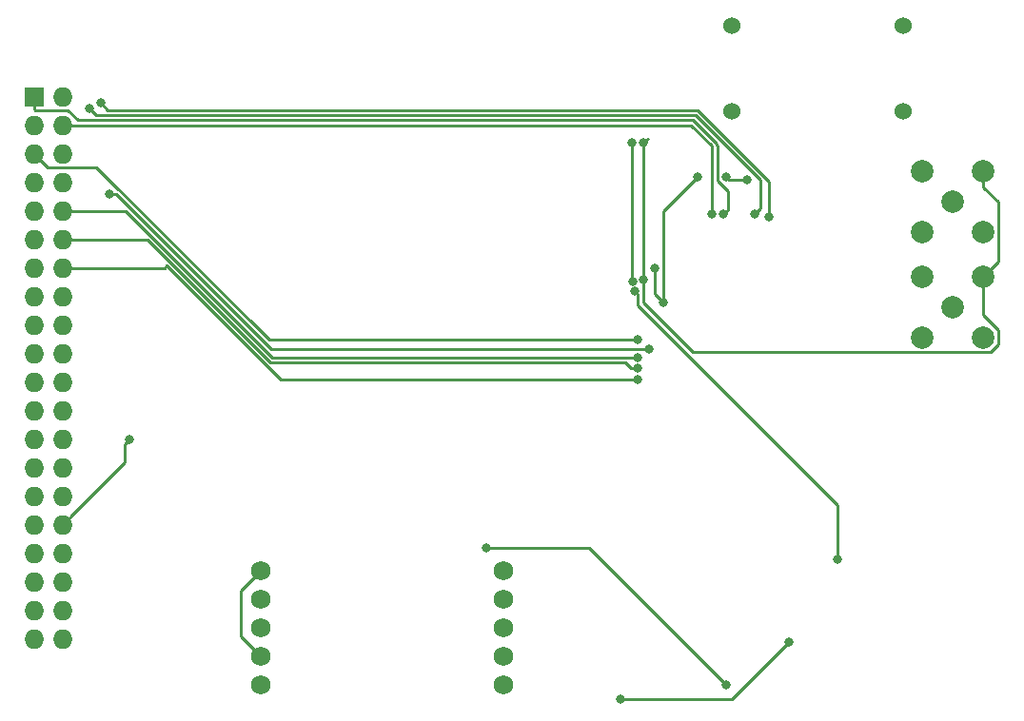
<source format=gbl>
G04 #@! TF.GenerationSoftware,KiCad,Pcbnew,(2017-12-02 revision 3109343)-master*
G04 #@! TF.CreationDate,2018-01-05T03:29:25-05:00*
G04 #@! TF.ProjectId,ddc112brd,6464633131326272642E6B696361645F,rev?*
G04 #@! TF.SameCoordinates,Original*
G04 #@! TF.FileFunction,Copper,L2,Bot,Signal*
G04 #@! TF.FilePolarity,Positive*
%FSLAX46Y46*%
G04 Gerber Fmt 4.6, Leading zero omitted, Abs format (unit mm)*
G04 Created by KiCad (PCBNEW (2017-12-02 revision 3109343)-master) date Fri Jan  5 03:29:25 2018*
%MOMM*%
%LPD*%
G01*
G04 APERTURE LIST*
%ADD10C,1.998980*%
%ADD11C,1.524000*%
%ADD12O,1.727200X1.727200*%
%ADD13R,1.727200X1.727200*%
%ADD14C,1.727200*%
%ADD15C,0.800000*%
%ADD16C,0.250000*%
G04 APERTURE END LIST*
D10*
X189865000Y-74041000D03*
X192565020Y-76741020D03*
X192565020Y-71340980D03*
X187164980Y-71340980D03*
X187164980Y-76741020D03*
D11*
X170180000Y-66040000D03*
X170180000Y-58420000D03*
X185420000Y-58420000D03*
X185420000Y-66040000D03*
D10*
X187164980Y-86139020D03*
X187164980Y-80738980D03*
X192565020Y-80738980D03*
X192565020Y-86139020D03*
X189865000Y-83439000D03*
D12*
X110655001Y-112971500D03*
X108115001Y-112971500D03*
X110655001Y-110431500D03*
X108115001Y-110431500D03*
X110655001Y-107891500D03*
X108115001Y-107891500D03*
X110655001Y-105351500D03*
X108115001Y-105351500D03*
X110655001Y-102811500D03*
X108115001Y-102811500D03*
X110655001Y-100271500D03*
X108115001Y-100271500D03*
X110655001Y-97731500D03*
X108115001Y-97731500D03*
X110655001Y-95191500D03*
X108115001Y-95191500D03*
X110655001Y-92651500D03*
X108115001Y-92651500D03*
X110655001Y-90111500D03*
X108115001Y-90111500D03*
X110655001Y-87571500D03*
X108115001Y-87571500D03*
X110655001Y-85031500D03*
X108115001Y-85031500D03*
X110655001Y-82491500D03*
X108115001Y-82491500D03*
X110655001Y-79951500D03*
X108115001Y-79951500D03*
X110655001Y-77411500D03*
X108115001Y-77411500D03*
X110655001Y-74871500D03*
X108115001Y-74871500D03*
X110655001Y-72331500D03*
X108115001Y-72331500D03*
X110655001Y-69791500D03*
X108115001Y-69791500D03*
X110655001Y-67251500D03*
X108115001Y-67251500D03*
X110655001Y-64711500D03*
D13*
X108115001Y-64711500D03*
D14*
X149860000Y-117094000D03*
X149860000Y-114554000D03*
X149860000Y-112014000D03*
X149860000Y-109474000D03*
X149860000Y-106934000D03*
X128270000Y-114554000D03*
X128270000Y-112014000D03*
X128270000Y-117094000D03*
X128270000Y-109474000D03*
X128270000Y-106934000D03*
D15*
X161421653Y-81157653D03*
X161290000Y-68834000D03*
X161544000Y-82042000D03*
X179578000Y-105918000D03*
X162306000Y-68834000D03*
X162306000Y-81026000D03*
X116586000Y-95250000D03*
X169672000Y-71882000D03*
X171540000Y-72136000D03*
X163322000Y-80010000D03*
X167132000Y-71882000D03*
X164084000Y-83058000D03*
X169672000Y-117094000D03*
X148336000Y-104902000D03*
X175260000Y-113284000D03*
X160274000Y-118364000D03*
X161798000Y-89916000D03*
X161798000Y-88915997D03*
X161798000Y-87915994D03*
X114046000Y-65278000D03*
X173482000Y-75438000D03*
X113030000Y-65786000D03*
X172212000Y-75184000D03*
X161798000Y-86360000D03*
X168402000Y-75184000D03*
X114808000Y-73406000D03*
X162814000Y-87190994D03*
X169418000Y-75184000D03*
D16*
X192565020Y-71340980D02*
X192565020Y-72754472D01*
X193564509Y-79739491D02*
X192565020Y-80738980D01*
X192565020Y-72754472D02*
X193889511Y-74078963D01*
X193889511Y-79414489D02*
X193564509Y-79739491D01*
X193889511Y-74078963D02*
X193889511Y-79414489D01*
X161290000Y-68834000D02*
X161290000Y-81026000D01*
X161290000Y-81026000D02*
X161421653Y-81157653D01*
X162306000Y-68834000D02*
X162306000Y-81026000D01*
X161798000Y-83312000D02*
X161798000Y-82296000D01*
X161798000Y-82296000D02*
X161544000Y-82042000D01*
X179578000Y-101092000D02*
X161798000Y-83312000D01*
X179578000Y-105918000D02*
X179578000Y-101092000D01*
X162306000Y-68834000D02*
X162705999Y-68434001D01*
X166711511Y-87463511D02*
X162306000Y-83058000D01*
X162306000Y-83058000D02*
X162306000Y-81026000D01*
X166965511Y-87463511D02*
X166711511Y-87463511D01*
X192565020Y-80738980D02*
X192565020Y-84178772D01*
X192565020Y-84178772D02*
X193889511Y-85503263D01*
X193889511Y-85503263D02*
X193889511Y-86774777D01*
X193889511Y-86774777D02*
X193200777Y-87463511D01*
X193200777Y-87463511D02*
X166965511Y-87463511D01*
X116586000Y-95250000D02*
X116186001Y-95649999D01*
X116186001Y-95649999D02*
X116186001Y-97280500D01*
X116186001Y-97280500D02*
X111518600Y-101947901D01*
X111518600Y-101947901D02*
X110655001Y-102811500D01*
X171540000Y-72136000D02*
X169926000Y-72136000D01*
X169926000Y-72136000D02*
X169672000Y-71882000D01*
X163576000Y-82550000D02*
X164084000Y-83058000D01*
X163322000Y-82296000D02*
X163576000Y-82550000D01*
X163322000Y-80010000D02*
X163322000Y-82296000D01*
X164084000Y-83058000D02*
X164084000Y-74930000D01*
X164084000Y-74930000D02*
X167132000Y-71882000D01*
X148336000Y-104902000D02*
X157480000Y-104902000D01*
X157480000Y-104902000D02*
X169672000Y-117094000D01*
X175260000Y-113284000D02*
X170180000Y-118364000D01*
X170180000Y-118364000D02*
X160274000Y-118364000D01*
X126492000Y-112776000D02*
X126492000Y-108712000D01*
X126492000Y-108712000D02*
X128270000Y-106934000D01*
X128270000Y-114554000D02*
X126492000Y-112776000D01*
X161798000Y-89916000D02*
X130042360Y-89916000D01*
X130042360Y-89916000D02*
X119885180Y-79758820D01*
X119885180Y-79758820D02*
X119692500Y-79951500D01*
X119692500Y-79951500D02*
X110655001Y-79951500D01*
X129128773Y-88366003D02*
X118174270Y-77411500D01*
X118174270Y-77411500D02*
X110655001Y-77411500D01*
X161798000Y-88915997D02*
X161232315Y-88915997D01*
X161232315Y-88915997D02*
X160682322Y-88366004D01*
X160682322Y-88366004D02*
X129128773Y-88366003D01*
X161798000Y-87915994D02*
X129315174Y-87915994D01*
X129315174Y-87915994D02*
X116270680Y-74871500D01*
X116270680Y-74871500D02*
X110655001Y-74871500D01*
X167124700Y-65901470D02*
X114669470Y-65901470D01*
X114669470Y-65901470D02*
X114046000Y-65278000D01*
X173482000Y-75438000D02*
X173482000Y-72258770D01*
X173482000Y-72258770D02*
X167124700Y-65901470D01*
X166938300Y-66351480D02*
X113595480Y-66351480D01*
X113595480Y-66351480D02*
X113030000Y-65786000D01*
X172720000Y-74676000D02*
X172720000Y-72133180D01*
X172720000Y-72133180D02*
X166938300Y-66351480D01*
X172212000Y-75184000D02*
X172720000Y-74676000D01*
X161798000Y-86360000D02*
X129032000Y-86360000D01*
X129032000Y-86360000D02*
X113652101Y-70980101D01*
X113652101Y-70980101D02*
X109303602Y-70980101D01*
X109303602Y-70980101D02*
X108978600Y-70655099D01*
X108978600Y-70655099D02*
X108115001Y-69791500D01*
X168402000Y-75184000D02*
X168402000Y-69088000D01*
X168402000Y-69088000D02*
X166565500Y-67251500D01*
X166565500Y-67251500D02*
X110655001Y-67251500D01*
X115441590Y-73406000D02*
X114808000Y-73406000D01*
X160850994Y-87190994D02*
X129226584Y-87190994D01*
X129226584Y-87190994D02*
X115441590Y-73406000D01*
X162814000Y-87190994D02*
X160850994Y-87190994D01*
X166751900Y-66801490D02*
X112013490Y-66801490D01*
X112013490Y-66801490D02*
X111112101Y-65900101D01*
X108115001Y-65825100D02*
X108115001Y-64711500D01*
X111112101Y-65900101D02*
X108190002Y-65900101D01*
X108190002Y-65900101D02*
X108115001Y-65825100D01*
X168910000Y-69088000D02*
X168852010Y-69030010D01*
X168852010Y-69030010D02*
X168852009Y-68901599D01*
X168852009Y-68901599D02*
X166751900Y-66801490D01*
X168910000Y-72193002D02*
X168910000Y-69088000D01*
X169418000Y-75184000D02*
X169817999Y-74784001D01*
X169817999Y-74784001D02*
X169817999Y-73101001D01*
X169817999Y-73101001D02*
X168910000Y-72193002D01*
M02*

</source>
